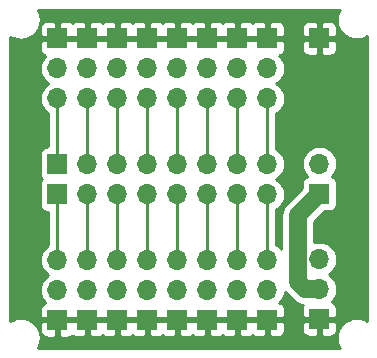
<source format=gbl>
G04 #@! TF.GenerationSoftware,KiCad,Pcbnew,5.1.1-8be2ce7~80~ubuntu16.04.1*
G04 #@! TF.CreationDate,2019-04-29T10:17:37+02:00*
G04 #@! TF.ProjectId,servomotors_ext_pwr_adaptor,73657276-6f6d-46f7-946f-72735f657874,rev?*
G04 #@! TF.SameCoordinates,Original*
G04 #@! TF.FileFunction,Copper,L2,Bot*
G04 #@! TF.FilePolarity,Positive*
%FSLAX46Y46*%
G04 Gerber Fmt 4.6, Leading zero omitted, Abs format (unit mm)*
G04 Created by KiCad (PCBNEW 5.1.1-8be2ce7~80~ubuntu16.04.1) date 2019-04-29 10:17:37*
%MOMM*%
%LPD*%
G04 APERTURE LIST*
%ADD10O,1.700000X1.700000*%
%ADD11R,1.700000X1.700000*%
%ADD12C,0.254000*%
%ADD13C,1.524000*%
G04 APERTURE END LIST*
D10*
X100126800Y-92506800D03*
X100126800Y-89966800D03*
D11*
X100126800Y-87426800D03*
X102666800Y-87426800D03*
D10*
X102666800Y-89966800D03*
X102666800Y-92506800D03*
X105206800Y-92506800D03*
X105206800Y-89966800D03*
D11*
X105206800Y-87426800D03*
X107746800Y-87426800D03*
D10*
X107746800Y-89966800D03*
X107746800Y-92506800D03*
X110286800Y-92506800D03*
X110286800Y-89966800D03*
D11*
X110286800Y-87426800D03*
X112826800Y-87426800D03*
D10*
X112826800Y-89966800D03*
X112826800Y-92506800D03*
X115366800Y-92506800D03*
X115366800Y-89966800D03*
D11*
X115366800Y-87426800D03*
X117906800Y-87426800D03*
D10*
X117906800Y-89966800D03*
X117906800Y-92506800D03*
X117906800Y-98062800D03*
X115366800Y-98062800D03*
X112826800Y-98062800D03*
X110286800Y-98062800D03*
X107746800Y-98062800D03*
X105206800Y-98062800D03*
X102666800Y-98062800D03*
D11*
X100126800Y-98062800D03*
X122326400Y-111201200D03*
D10*
X122326400Y-108661200D03*
X122326400Y-106121200D03*
D11*
X100126800Y-100634800D03*
D10*
X102666800Y-100634800D03*
X105206800Y-100634800D03*
X107746800Y-100634800D03*
X110286800Y-100634800D03*
X112826800Y-100634800D03*
X115366800Y-100634800D03*
X117906800Y-100634800D03*
X100126800Y-106190800D03*
X100126800Y-108730800D03*
D11*
X100126800Y-111270800D03*
X102666800Y-111252000D03*
D10*
X102666800Y-108712000D03*
X102666800Y-106172000D03*
D11*
X105206800Y-111252000D03*
D10*
X105206800Y-108712000D03*
X105206800Y-106172000D03*
X107746800Y-106172000D03*
X107746800Y-108712000D03*
D11*
X107746800Y-111252000D03*
X110286800Y-111252000D03*
D10*
X110286800Y-108712000D03*
X110286800Y-106172000D03*
X112826800Y-106172000D03*
X112826800Y-108712000D03*
D11*
X112826800Y-111252000D03*
X115366800Y-111252000D03*
D10*
X115366800Y-108712000D03*
X115366800Y-106172000D03*
X117906800Y-106172000D03*
X117906800Y-108712000D03*
D11*
X117906800Y-111252000D03*
X122326400Y-87426800D03*
X122326400Y-100584000D03*
D10*
X122326400Y-98044000D03*
D12*
X100126800Y-93708881D02*
X100126800Y-98062800D01*
X100126800Y-92506800D02*
X100126800Y-93708881D01*
X102666800Y-93708881D02*
X102666800Y-98062800D01*
X102666800Y-92506800D02*
X102666800Y-93708881D01*
X105206800Y-93708881D02*
X105206800Y-98062800D01*
X105206800Y-92506800D02*
X105206800Y-93708881D01*
X107746800Y-93708881D02*
X107746800Y-98062800D01*
X107746800Y-92506800D02*
X107746800Y-93708881D01*
X110286800Y-92506800D02*
X110286800Y-98062800D01*
X112826800Y-93708881D02*
X112826800Y-98062800D01*
X112826800Y-92506800D02*
X112826800Y-93708881D01*
X115366800Y-92506800D02*
X115366800Y-98062800D01*
X117906800Y-93708881D02*
X117906800Y-98062800D01*
X117906800Y-92506800D02*
X117906800Y-93708881D01*
D13*
X120497600Y-102412800D02*
X122326400Y-100584000D01*
X120497600Y-108034481D02*
X120497600Y-102412800D01*
X122326400Y-108661200D02*
X121124319Y-108661200D01*
X121124319Y-108661200D02*
X120497600Y-108034481D01*
D12*
X100126800Y-106190800D02*
X100126800Y-100634800D01*
X102666800Y-104969919D02*
X102666800Y-100634800D01*
X102666800Y-106172000D02*
X102666800Y-104969919D01*
X105206800Y-104969919D02*
X105206800Y-100634800D01*
X105206800Y-106172000D02*
X105206800Y-104969919D01*
X107746800Y-104969919D02*
X107746800Y-100634800D01*
X107746800Y-106172000D02*
X107746800Y-104969919D01*
X110286800Y-104969919D02*
X110286800Y-100634800D01*
X110286800Y-106172000D02*
X110286800Y-104969919D01*
X112826800Y-104969919D02*
X112826800Y-100634800D01*
X112826800Y-106172000D02*
X112826800Y-104969919D01*
X115366800Y-104969919D02*
X115366800Y-100634800D01*
X115366800Y-106172000D02*
X115366800Y-104969919D01*
X117906800Y-106172000D02*
X117906800Y-100634800D01*
G36*
X123913976Y-85217551D02*
G01*
X123823600Y-85532728D01*
X123796164Y-85859456D01*
X123832712Y-86185292D01*
X123931853Y-86497822D01*
X124089809Y-86785145D01*
X124300566Y-87036314D01*
X124556094Y-87241764D01*
X124846661Y-87393669D01*
X125161199Y-87486243D01*
X125487729Y-87515959D01*
X125813811Y-87481686D01*
X126127026Y-87384730D01*
X126340001Y-87269575D01*
X126340000Y-111339249D01*
X126083529Y-111209696D01*
X125767729Y-111121523D01*
X125440817Y-111096368D01*
X125115245Y-111135191D01*
X124803414Y-111236511D01*
X124517201Y-111396469D01*
X124267509Y-111608974D01*
X124063848Y-111865930D01*
X123913976Y-112157551D01*
X123823600Y-112472728D01*
X123796164Y-112799456D01*
X123832712Y-113125292D01*
X123931853Y-113437822D01*
X124043000Y-113640000D01*
X98462240Y-113640000D01*
X98581237Y-113416198D01*
X98676005Y-113102314D01*
X98708000Y-112776000D01*
X98707345Y-112729092D01*
X98666251Y-112403799D01*
X98572110Y-112120800D01*
X98638728Y-112120800D01*
X98650988Y-112245282D01*
X98687298Y-112364980D01*
X98746263Y-112475294D01*
X98825615Y-112571985D01*
X98922306Y-112651337D01*
X99032620Y-112710302D01*
X99152318Y-112746612D01*
X99276800Y-112758872D01*
X99841050Y-112755800D01*
X99999800Y-112597050D01*
X99999800Y-111397800D01*
X100253800Y-111397800D01*
X100253800Y-112597050D01*
X100412550Y-112755800D01*
X100976800Y-112758872D01*
X101101282Y-112746612D01*
X101220980Y-112710302D01*
X101331294Y-112651337D01*
X101408254Y-112588178D01*
X101462306Y-112632537D01*
X101572620Y-112691502D01*
X101692318Y-112727812D01*
X101816800Y-112740072D01*
X102381050Y-112737000D01*
X102539800Y-112578250D01*
X102539800Y-111379000D01*
X102793800Y-111379000D01*
X102793800Y-112578250D01*
X102952550Y-112737000D01*
X103516800Y-112740072D01*
X103641282Y-112727812D01*
X103760980Y-112691502D01*
X103871294Y-112632537D01*
X103936800Y-112578778D01*
X104002306Y-112632537D01*
X104112620Y-112691502D01*
X104232318Y-112727812D01*
X104356800Y-112740072D01*
X104921050Y-112737000D01*
X105079800Y-112578250D01*
X105079800Y-111379000D01*
X105333800Y-111379000D01*
X105333800Y-112578250D01*
X105492550Y-112737000D01*
X106056800Y-112740072D01*
X106181282Y-112727812D01*
X106300980Y-112691502D01*
X106411294Y-112632537D01*
X106476800Y-112578778D01*
X106542306Y-112632537D01*
X106652620Y-112691502D01*
X106772318Y-112727812D01*
X106896800Y-112740072D01*
X107461050Y-112737000D01*
X107619800Y-112578250D01*
X107619800Y-111379000D01*
X107873800Y-111379000D01*
X107873800Y-112578250D01*
X108032550Y-112737000D01*
X108596800Y-112740072D01*
X108721282Y-112727812D01*
X108840980Y-112691502D01*
X108951294Y-112632537D01*
X109016800Y-112578778D01*
X109082306Y-112632537D01*
X109192620Y-112691502D01*
X109312318Y-112727812D01*
X109436800Y-112740072D01*
X110001050Y-112737000D01*
X110159800Y-112578250D01*
X110159800Y-111379000D01*
X110413800Y-111379000D01*
X110413800Y-112578250D01*
X110572550Y-112737000D01*
X111136800Y-112740072D01*
X111261282Y-112727812D01*
X111380980Y-112691502D01*
X111491294Y-112632537D01*
X111556800Y-112578778D01*
X111622306Y-112632537D01*
X111732620Y-112691502D01*
X111852318Y-112727812D01*
X111976800Y-112740072D01*
X112541050Y-112737000D01*
X112699800Y-112578250D01*
X112699800Y-111379000D01*
X112953800Y-111379000D01*
X112953800Y-112578250D01*
X113112550Y-112737000D01*
X113676800Y-112740072D01*
X113801282Y-112727812D01*
X113920980Y-112691502D01*
X114031294Y-112632537D01*
X114096800Y-112578778D01*
X114162306Y-112632537D01*
X114272620Y-112691502D01*
X114392318Y-112727812D01*
X114516800Y-112740072D01*
X115081050Y-112737000D01*
X115239800Y-112578250D01*
X115239800Y-111379000D01*
X115493800Y-111379000D01*
X115493800Y-112578250D01*
X115652550Y-112737000D01*
X116216800Y-112740072D01*
X116341282Y-112727812D01*
X116460980Y-112691502D01*
X116571294Y-112632537D01*
X116636800Y-112578778D01*
X116702306Y-112632537D01*
X116812620Y-112691502D01*
X116932318Y-112727812D01*
X117056800Y-112740072D01*
X117621050Y-112737000D01*
X117779800Y-112578250D01*
X117779800Y-111379000D01*
X118033800Y-111379000D01*
X118033800Y-112578250D01*
X118192550Y-112737000D01*
X118756800Y-112740072D01*
X118881282Y-112727812D01*
X119000980Y-112691502D01*
X119111294Y-112632537D01*
X119207985Y-112553185D01*
X119287337Y-112456494D01*
X119346302Y-112346180D01*
X119382612Y-112226482D01*
X119394872Y-112102000D01*
X119394596Y-112051200D01*
X120838328Y-112051200D01*
X120850588Y-112175682D01*
X120886898Y-112295380D01*
X120945863Y-112405694D01*
X121025215Y-112502385D01*
X121121906Y-112581737D01*
X121232220Y-112640702D01*
X121351918Y-112677012D01*
X121476400Y-112689272D01*
X122040650Y-112686200D01*
X122199400Y-112527450D01*
X122199400Y-111328200D01*
X122453400Y-111328200D01*
X122453400Y-112527450D01*
X122612150Y-112686200D01*
X123176400Y-112689272D01*
X123300882Y-112677012D01*
X123420580Y-112640702D01*
X123530894Y-112581737D01*
X123627585Y-112502385D01*
X123706937Y-112405694D01*
X123765902Y-112295380D01*
X123802212Y-112175682D01*
X123814472Y-112051200D01*
X123811400Y-111486950D01*
X123652650Y-111328200D01*
X122453400Y-111328200D01*
X122199400Y-111328200D01*
X121000150Y-111328200D01*
X120841400Y-111486950D01*
X120838328Y-112051200D01*
X119394596Y-112051200D01*
X119391800Y-111537750D01*
X119233050Y-111379000D01*
X118033800Y-111379000D01*
X117779800Y-111379000D01*
X115493800Y-111379000D01*
X115239800Y-111379000D01*
X112953800Y-111379000D01*
X112699800Y-111379000D01*
X110413800Y-111379000D01*
X110159800Y-111379000D01*
X107873800Y-111379000D01*
X107619800Y-111379000D01*
X105333800Y-111379000D01*
X105079800Y-111379000D01*
X102793800Y-111379000D01*
X102539800Y-111379000D01*
X101340550Y-111379000D01*
X101321750Y-111397800D01*
X100253800Y-111397800D01*
X99999800Y-111397800D01*
X98800550Y-111397800D01*
X98641800Y-111556550D01*
X98638728Y-112120800D01*
X98572110Y-112120800D01*
X98562756Y-112092682D01*
X98400803Y-111807594D01*
X98186561Y-111559391D01*
X97928189Y-111357529D01*
X97635529Y-111209696D01*
X97319729Y-111121523D01*
X96992817Y-111096368D01*
X96667245Y-111135191D01*
X96355414Y-111236511D01*
X96164000Y-111343488D01*
X96164000Y-89966800D01*
X98634615Y-89966800D01*
X98663287Y-90257911D01*
X98748201Y-90537834D01*
X98886094Y-90795814D01*
X99071666Y-91021934D01*
X99297786Y-91207506D01*
X99352591Y-91236800D01*
X99297786Y-91266094D01*
X99071666Y-91451666D01*
X98886094Y-91677786D01*
X98748201Y-91935766D01*
X98663287Y-92215689D01*
X98634615Y-92506800D01*
X98663287Y-92797911D01*
X98748201Y-93077834D01*
X98886094Y-93335814D01*
X99071666Y-93561934D01*
X99297786Y-93747506D01*
X99364800Y-93783326D01*
X99364801Y-96574728D01*
X99276800Y-96574728D01*
X99152318Y-96586988D01*
X99032620Y-96623298D01*
X98922306Y-96682263D01*
X98825615Y-96761615D01*
X98746263Y-96858306D01*
X98687298Y-96968620D01*
X98650988Y-97088318D01*
X98638728Y-97212800D01*
X98638728Y-98912800D01*
X98650988Y-99037282D01*
X98687298Y-99156980D01*
X98746263Y-99267294D01*
X98813153Y-99348800D01*
X98746263Y-99430306D01*
X98687298Y-99540620D01*
X98650988Y-99660318D01*
X98638728Y-99784800D01*
X98638728Y-101484800D01*
X98650988Y-101609282D01*
X98687298Y-101728980D01*
X98746263Y-101839294D01*
X98825615Y-101935985D01*
X98922306Y-102015337D01*
X99032620Y-102074302D01*
X99152318Y-102110612D01*
X99276800Y-102122872D01*
X99364801Y-102122872D01*
X99364800Y-104914274D01*
X99297786Y-104950094D01*
X99071666Y-105135666D01*
X98886094Y-105361786D01*
X98748201Y-105619766D01*
X98663287Y-105899689D01*
X98634615Y-106190800D01*
X98663287Y-106481911D01*
X98748201Y-106761834D01*
X98886094Y-107019814D01*
X99071666Y-107245934D01*
X99297786Y-107431506D01*
X99352591Y-107460800D01*
X99297786Y-107490094D01*
X99071666Y-107675666D01*
X98886094Y-107901786D01*
X98748201Y-108159766D01*
X98663287Y-108439689D01*
X98634615Y-108730800D01*
X98663287Y-109021911D01*
X98748201Y-109301834D01*
X98886094Y-109559814D01*
X99071666Y-109785934D01*
X99101487Y-109810407D01*
X99032620Y-109831298D01*
X98922306Y-109890263D01*
X98825615Y-109969615D01*
X98746263Y-110066306D01*
X98687298Y-110176620D01*
X98650988Y-110296318D01*
X98638728Y-110420800D01*
X98641800Y-110985050D01*
X98800550Y-111143800D01*
X99999800Y-111143800D01*
X99999800Y-111123800D01*
X100253800Y-111123800D01*
X100253800Y-111143800D01*
X101453050Y-111143800D01*
X101471850Y-111125000D01*
X102539800Y-111125000D01*
X102539800Y-111105000D01*
X102793800Y-111105000D01*
X102793800Y-111125000D01*
X105079800Y-111125000D01*
X105079800Y-111105000D01*
X105333800Y-111105000D01*
X105333800Y-111125000D01*
X107619800Y-111125000D01*
X107619800Y-111105000D01*
X107873800Y-111105000D01*
X107873800Y-111125000D01*
X110159800Y-111125000D01*
X110159800Y-111105000D01*
X110413800Y-111105000D01*
X110413800Y-111125000D01*
X112699800Y-111125000D01*
X112699800Y-111105000D01*
X112953800Y-111105000D01*
X112953800Y-111125000D01*
X115239800Y-111125000D01*
X115239800Y-111105000D01*
X115493800Y-111105000D01*
X115493800Y-111125000D01*
X117779800Y-111125000D01*
X117779800Y-111105000D01*
X118033800Y-111105000D01*
X118033800Y-111125000D01*
X119233050Y-111125000D01*
X119391800Y-110966250D01*
X119394872Y-110402000D01*
X119382612Y-110277518D01*
X119346302Y-110157820D01*
X119287337Y-110047506D01*
X119207985Y-109950815D01*
X119111294Y-109871463D01*
X119000980Y-109812498D01*
X118932113Y-109791607D01*
X118961934Y-109767134D01*
X119147506Y-109541014D01*
X119285399Y-109283034D01*
X119370313Y-109003111D01*
X119382636Y-108877996D01*
X119504992Y-109027088D01*
X119558305Y-109070841D01*
X120087955Y-109600491D01*
X120131711Y-109653808D01*
X120344432Y-109828383D01*
X120431553Y-109874950D01*
X120587123Y-109958104D01*
X120850459Y-110037986D01*
X120920130Y-110044848D01*
X120886898Y-110107020D01*
X120850588Y-110226718D01*
X120838328Y-110351200D01*
X120841400Y-110915450D01*
X121000150Y-111074200D01*
X122199400Y-111074200D01*
X122199400Y-111054200D01*
X122453400Y-111054200D01*
X122453400Y-111074200D01*
X123652650Y-111074200D01*
X123811400Y-110915450D01*
X123814472Y-110351200D01*
X123802212Y-110226718D01*
X123765902Y-110107020D01*
X123706937Y-109996706D01*
X123627585Y-109900015D01*
X123530894Y-109820663D01*
X123420580Y-109761698D01*
X123351713Y-109740807D01*
X123381534Y-109716334D01*
X123567106Y-109490214D01*
X123704999Y-109232234D01*
X123789913Y-108952311D01*
X123818585Y-108661200D01*
X123789913Y-108370089D01*
X123704999Y-108090166D01*
X123567106Y-107832186D01*
X123381534Y-107606066D01*
X123155414Y-107420494D01*
X123100609Y-107391200D01*
X123155414Y-107361906D01*
X123381534Y-107176334D01*
X123567106Y-106950214D01*
X123704999Y-106692234D01*
X123789913Y-106412311D01*
X123818585Y-106121200D01*
X123789913Y-105830089D01*
X123704999Y-105550166D01*
X123567106Y-105292186D01*
X123381534Y-105066066D01*
X123155414Y-104880494D01*
X122897434Y-104742601D01*
X122617511Y-104657687D01*
X122399350Y-104636200D01*
X122253450Y-104636200D01*
X122035289Y-104657687D01*
X121894600Y-104700365D01*
X121894600Y-102991455D01*
X122813984Y-102072072D01*
X123176400Y-102072072D01*
X123300882Y-102059812D01*
X123420580Y-102023502D01*
X123530894Y-101964537D01*
X123627585Y-101885185D01*
X123706937Y-101788494D01*
X123765902Y-101678180D01*
X123802212Y-101558482D01*
X123814472Y-101434000D01*
X123814472Y-99734000D01*
X123802212Y-99609518D01*
X123765902Y-99489820D01*
X123706937Y-99379506D01*
X123627585Y-99282815D01*
X123530894Y-99203463D01*
X123420580Y-99144498D01*
X123351713Y-99123607D01*
X123381534Y-99099134D01*
X123567106Y-98873014D01*
X123704999Y-98615034D01*
X123789913Y-98335111D01*
X123818585Y-98044000D01*
X123789913Y-97752889D01*
X123704999Y-97472966D01*
X123567106Y-97214986D01*
X123381534Y-96988866D01*
X123155414Y-96803294D01*
X122897434Y-96665401D01*
X122617511Y-96580487D01*
X122399350Y-96559000D01*
X122253450Y-96559000D01*
X122035289Y-96580487D01*
X121755366Y-96665401D01*
X121497386Y-96803294D01*
X121271266Y-96988866D01*
X121085694Y-97214986D01*
X120947801Y-97472966D01*
X120862887Y-97752889D01*
X120834215Y-98044000D01*
X120862887Y-98335111D01*
X120947801Y-98615034D01*
X121085694Y-98873014D01*
X121271266Y-99099134D01*
X121301087Y-99123607D01*
X121232220Y-99144498D01*
X121121906Y-99203463D01*
X121025215Y-99282815D01*
X120945863Y-99379506D01*
X120886898Y-99489820D01*
X120850588Y-99609518D01*
X120838328Y-99734000D01*
X120838328Y-100096416D01*
X119558304Y-101376441D01*
X119504993Y-101420192D01*
X119330418Y-101632913D01*
X119247259Y-101788494D01*
X119200697Y-101875605D01*
X119120814Y-102138941D01*
X119093841Y-102412800D01*
X119100601Y-102481435D01*
X119100600Y-105285832D01*
X118961934Y-105116866D01*
X118735814Y-104931294D01*
X118668800Y-104895474D01*
X118668800Y-101911326D01*
X118735814Y-101875506D01*
X118961934Y-101689934D01*
X119147506Y-101463814D01*
X119285399Y-101205834D01*
X119370313Y-100925911D01*
X119398985Y-100634800D01*
X119370313Y-100343689D01*
X119285399Y-100063766D01*
X119147506Y-99805786D01*
X118961934Y-99579666D01*
X118735814Y-99394094D01*
X118651075Y-99348800D01*
X118735814Y-99303506D01*
X118961934Y-99117934D01*
X119147506Y-98891814D01*
X119285399Y-98633834D01*
X119370313Y-98353911D01*
X119398985Y-98062800D01*
X119370313Y-97771689D01*
X119285399Y-97491766D01*
X119147506Y-97233786D01*
X118961934Y-97007666D01*
X118735814Y-96822094D01*
X118668800Y-96786274D01*
X118668800Y-93783326D01*
X118735814Y-93747506D01*
X118961934Y-93561934D01*
X119147506Y-93335814D01*
X119285399Y-93077834D01*
X119370313Y-92797911D01*
X119398985Y-92506800D01*
X119370313Y-92215689D01*
X119285399Y-91935766D01*
X119147506Y-91677786D01*
X118961934Y-91451666D01*
X118735814Y-91266094D01*
X118681009Y-91236800D01*
X118735814Y-91207506D01*
X118961934Y-91021934D01*
X119147506Y-90795814D01*
X119285399Y-90537834D01*
X119370313Y-90257911D01*
X119398985Y-89966800D01*
X119370313Y-89675689D01*
X119285399Y-89395766D01*
X119147506Y-89137786D01*
X118961934Y-88911666D01*
X118932113Y-88887193D01*
X119000980Y-88866302D01*
X119111294Y-88807337D01*
X119207985Y-88727985D01*
X119287337Y-88631294D01*
X119346302Y-88520980D01*
X119382612Y-88401282D01*
X119394872Y-88276800D01*
X120838328Y-88276800D01*
X120850588Y-88401282D01*
X120886898Y-88520980D01*
X120945863Y-88631294D01*
X121025215Y-88727985D01*
X121121906Y-88807337D01*
X121232220Y-88866302D01*
X121351918Y-88902612D01*
X121476400Y-88914872D01*
X122040650Y-88911800D01*
X122199400Y-88753050D01*
X122199400Y-87553800D01*
X122453400Y-87553800D01*
X122453400Y-88753050D01*
X122612150Y-88911800D01*
X123176400Y-88914872D01*
X123300882Y-88902612D01*
X123420580Y-88866302D01*
X123530894Y-88807337D01*
X123627585Y-88727985D01*
X123706937Y-88631294D01*
X123765902Y-88520980D01*
X123802212Y-88401282D01*
X123814472Y-88276800D01*
X123811400Y-87712550D01*
X123652650Y-87553800D01*
X122453400Y-87553800D01*
X122199400Y-87553800D01*
X121000150Y-87553800D01*
X120841400Y-87712550D01*
X120838328Y-88276800D01*
X119394872Y-88276800D01*
X119391800Y-87712550D01*
X119233050Y-87553800D01*
X118033800Y-87553800D01*
X118033800Y-87573800D01*
X117779800Y-87573800D01*
X117779800Y-87553800D01*
X115493800Y-87553800D01*
X115493800Y-87573800D01*
X115239800Y-87573800D01*
X115239800Y-87553800D01*
X112953800Y-87553800D01*
X112953800Y-87573800D01*
X112699800Y-87573800D01*
X112699800Y-87553800D01*
X110413800Y-87553800D01*
X110413800Y-87573800D01*
X110159800Y-87573800D01*
X110159800Y-87553800D01*
X107873800Y-87553800D01*
X107873800Y-87573800D01*
X107619800Y-87573800D01*
X107619800Y-87553800D01*
X105333800Y-87553800D01*
X105333800Y-87573800D01*
X105079800Y-87573800D01*
X105079800Y-87553800D01*
X102793800Y-87553800D01*
X102793800Y-87573800D01*
X102539800Y-87573800D01*
X102539800Y-87553800D01*
X100253800Y-87553800D01*
X100253800Y-87573800D01*
X99999800Y-87573800D01*
X99999800Y-87553800D01*
X98800550Y-87553800D01*
X98641800Y-87712550D01*
X98638728Y-88276800D01*
X98650988Y-88401282D01*
X98687298Y-88520980D01*
X98746263Y-88631294D01*
X98825615Y-88727985D01*
X98922306Y-88807337D01*
X99032620Y-88866302D01*
X99101487Y-88887193D01*
X99071666Y-88911666D01*
X98886094Y-89137786D01*
X98748201Y-89395766D01*
X98663287Y-89675689D01*
X98634615Y-89966800D01*
X96164000Y-89966800D01*
X96164000Y-87286991D01*
X96398661Y-87409669D01*
X96713199Y-87502243D01*
X97039729Y-87531959D01*
X97365811Y-87497686D01*
X97679026Y-87400730D01*
X97967444Y-87244783D01*
X98220079Y-87035785D01*
X98427308Y-86781698D01*
X98536253Y-86576800D01*
X98638728Y-86576800D01*
X98641800Y-87141050D01*
X98800550Y-87299800D01*
X99999800Y-87299800D01*
X99999800Y-86100550D01*
X100253800Y-86100550D01*
X100253800Y-87299800D01*
X102539800Y-87299800D01*
X102539800Y-86100550D01*
X102793800Y-86100550D01*
X102793800Y-87299800D01*
X105079800Y-87299800D01*
X105079800Y-86100550D01*
X105333800Y-86100550D01*
X105333800Y-87299800D01*
X107619800Y-87299800D01*
X107619800Y-86100550D01*
X107873800Y-86100550D01*
X107873800Y-87299800D01*
X110159800Y-87299800D01*
X110159800Y-86100550D01*
X110413800Y-86100550D01*
X110413800Y-87299800D01*
X112699800Y-87299800D01*
X112699800Y-86100550D01*
X112953800Y-86100550D01*
X112953800Y-87299800D01*
X115239800Y-87299800D01*
X115239800Y-86100550D01*
X115493800Y-86100550D01*
X115493800Y-87299800D01*
X117779800Y-87299800D01*
X117779800Y-86100550D01*
X118033800Y-86100550D01*
X118033800Y-87299800D01*
X119233050Y-87299800D01*
X119391800Y-87141050D01*
X119394872Y-86576800D01*
X120838328Y-86576800D01*
X120841400Y-87141050D01*
X121000150Y-87299800D01*
X122199400Y-87299800D01*
X122199400Y-86100550D01*
X122453400Y-86100550D01*
X122453400Y-87299800D01*
X123652650Y-87299800D01*
X123811400Y-87141050D01*
X123814472Y-86576800D01*
X123802212Y-86452318D01*
X123765902Y-86332620D01*
X123706937Y-86222306D01*
X123627585Y-86125615D01*
X123530894Y-86046263D01*
X123420580Y-85987298D01*
X123300882Y-85950988D01*
X123176400Y-85938728D01*
X122612150Y-85941800D01*
X122453400Y-86100550D01*
X122199400Y-86100550D01*
X122040650Y-85941800D01*
X121476400Y-85938728D01*
X121351918Y-85950988D01*
X121232220Y-85987298D01*
X121121906Y-86046263D01*
X121025215Y-86125615D01*
X120945863Y-86222306D01*
X120886898Y-86332620D01*
X120850588Y-86452318D01*
X120838328Y-86576800D01*
X119394872Y-86576800D01*
X119382612Y-86452318D01*
X119346302Y-86332620D01*
X119287337Y-86222306D01*
X119207985Y-86125615D01*
X119111294Y-86046263D01*
X119000980Y-85987298D01*
X118881282Y-85950988D01*
X118756800Y-85938728D01*
X118192550Y-85941800D01*
X118033800Y-86100550D01*
X117779800Y-86100550D01*
X117621050Y-85941800D01*
X117056800Y-85938728D01*
X116932318Y-85950988D01*
X116812620Y-85987298D01*
X116702306Y-86046263D01*
X116636800Y-86100022D01*
X116571294Y-86046263D01*
X116460980Y-85987298D01*
X116341282Y-85950988D01*
X116216800Y-85938728D01*
X115652550Y-85941800D01*
X115493800Y-86100550D01*
X115239800Y-86100550D01*
X115081050Y-85941800D01*
X114516800Y-85938728D01*
X114392318Y-85950988D01*
X114272620Y-85987298D01*
X114162306Y-86046263D01*
X114096800Y-86100022D01*
X114031294Y-86046263D01*
X113920980Y-85987298D01*
X113801282Y-85950988D01*
X113676800Y-85938728D01*
X113112550Y-85941800D01*
X112953800Y-86100550D01*
X112699800Y-86100550D01*
X112541050Y-85941800D01*
X111976800Y-85938728D01*
X111852318Y-85950988D01*
X111732620Y-85987298D01*
X111622306Y-86046263D01*
X111556800Y-86100022D01*
X111491294Y-86046263D01*
X111380980Y-85987298D01*
X111261282Y-85950988D01*
X111136800Y-85938728D01*
X110572550Y-85941800D01*
X110413800Y-86100550D01*
X110159800Y-86100550D01*
X110001050Y-85941800D01*
X109436800Y-85938728D01*
X109312318Y-85950988D01*
X109192620Y-85987298D01*
X109082306Y-86046263D01*
X109016800Y-86100022D01*
X108951294Y-86046263D01*
X108840980Y-85987298D01*
X108721282Y-85950988D01*
X108596800Y-85938728D01*
X108032550Y-85941800D01*
X107873800Y-86100550D01*
X107619800Y-86100550D01*
X107461050Y-85941800D01*
X106896800Y-85938728D01*
X106772318Y-85950988D01*
X106652620Y-85987298D01*
X106542306Y-86046263D01*
X106476800Y-86100022D01*
X106411294Y-86046263D01*
X106300980Y-85987298D01*
X106181282Y-85950988D01*
X106056800Y-85938728D01*
X105492550Y-85941800D01*
X105333800Y-86100550D01*
X105079800Y-86100550D01*
X104921050Y-85941800D01*
X104356800Y-85938728D01*
X104232318Y-85950988D01*
X104112620Y-85987298D01*
X104002306Y-86046263D01*
X103936800Y-86100022D01*
X103871294Y-86046263D01*
X103760980Y-85987298D01*
X103641282Y-85950988D01*
X103516800Y-85938728D01*
X102952550Y-85941800D01*
X102793800Y-86100550D01*
X102539800Y-86100550D01*
X102381050Y-85941800D01*
X101816800Y-85938728D01*
X101692318Y-85950988D01*
X101572620Y-85987298D01*
X101462306Y-86046263D01*
X101396800Y-86100022D01*
X101331294Y-86046263D01*
X101220980Y-85987298D01*
X101101282Y-85950988D01*
X100976800Y-85938728D01*
X100412550Y-85941800D01*
X100253800Y-86100550D01*
X99999800Y-86100550D01*
X99841050Y-85941800D01*
X99276800Y-85938728D01*
X99152318Y-85950988D01*
X99032620Y-85987298D01*
X98922306Y-86046263D01*
X98825615Y-86125615D01*
X98746263Y-86222306D01*
X98687298Y-86332620D01*
X98650988Y-86452318D01*
X98638728Y-86576800D01*
X98536253Y-86576800D01*
X98581237Y-86492198D01*
X98676005Y-86178314D01*
X98708000Y-85852000D01*
X98707345Y-85805092D01*
X98666251Y-85479799D01*
X98562756Y-85168682D01*
X98460114Y-84988000D01*
X124031949Y-84988000D01*
X123913976Y-85217551D01*
X123913976Y-85217551D01*
G37*
X123913976Y-85217551D02*
X123823600Y-85532728D01*
X123796164Y-85859456D01*
X123832712Y-86185292D01*
X123931853Y-86497822D01*
X124089809Y-86785145D01*
X124300566Y-87036314D01*
X124556094Y-87241764D01*
X124846661Y-87393669D01*
X125161199Y-87486243D01*
X125487729Y-87515959D01*
X125813811Y-87481686D01*
X126127026Y-87384730D01*
X126340001Y-87269575D01*
X126340000Y-111339249D01*
X126083529Y-111209696D01*
X125767729Y-111121523D01*
X125440817Y-111096368D01*
X125115245Y-111135191D01*
X124803414Y-111236511D01*
X124517201Y-111396469D01*
X124267509Y-111608974D01*
X124063848Y-111865930D01*
X123913976Y-112157551D01*
X123823600Y-112472728D01*
X123796164Y-112799456D01*
X123832712Y-113125292D01*
X123931853Y-113437822D01*
X124043000Y-113640000D01*
X98462240Y-113640000D01*
X98581237Y-113416198D01*
X98676005Y-113102314D01*
X98708000Y-112776000D01*
X98707345Y-112729092D01*
X98666251Y-112403799D01*
X98572110Y-112120800D01*
X98638728Y-112120800D01*
X98650988Y-112245282D01*
X98687298Y-112364980D01*
X98746263Y-112475294D01*
X98825615Y-112571985D01*
X98922306Y-112651337D01*
X99032620Y-112710302D01*
X99152318Y-112746612D01*
X99276800Y-112758872D01*
X99841050Y-112755800D01*
X99999800Y-112597050D01*
X99999800Y-111397800D01*
X100253800Y-111397800D01*
X100253800Y-112597050D01*
X100412550Y-112755800D01*
X100976800Y-112758872D01*
X101101282Y-112746612D01*
X101220980Y-112710302D01*
X101331294Y-112651337D01*
X101408254Y-112588178D01*
X101462306Y-112632537D01*
X101572620Y-112691502D01*
X101692318Y-112727812D01*
X101816800Y-112740072D01*
X102381050Y-112737000D01*
X102539800Y-112578250D01*
X102539800Y-111379000D01*
X102793800Y-111379000D01*
X102793800Y-112578250D01*
X102952550Y-112737000D01*
X103516800Y-112740072D01*
X103641282Y-112727812D01*
X103760980Y-112691502D01*
X103871294Y-112632537D01*
X103936800Y-112578778D01*
X104002306Y-112632537D01*
X104112620Y-112691502D01*
X104232318Y-112727812D01*
X104356800Y-112740072D01*
X104921050Y-112737000D01*
X105079800Y-112578250D01*
X105079800Y-111379000D01*
X105333800Y-111379000D01*
X105333800Y-112578250D01*
X105492550Y-112737000D01*
X106056800Y-112740072D01*
X106181282Y-112727812D01*
X106300980Y-112691502D01*
X106411294Y-112632537D01*
X106476800Y-112578778D01*
X106542306Y-112632537D01*
X106652620Y-112691502D01*
X106772318Y-112727812D01*
X106896800Y-112740072D01*
X107461050Y-112737000D01*
X107619800Y-112578250D01*
X107619800Y-111379000D01*
X107873800Y-111379000D01*
X107873800Y-112578250D01*
X108032550Y-112737000D01*
X108596800Y-112740072D01*
X108721282Y-112727812D01*
X108840980Y-112691502D01*
X108951294Y-112632537D01*
X109016800Y-112578778D01*
X109082306Y-112632537D01*
X109192620Y-112691502D01*
X109312318Y-112727812D01*
X109436800Y-112740072D01*
X110001050Y-112737000D01*
X110159800Y-112578250D01*
X110159800Y-111379000D01*
X110413800Y-111379000D01*
X110413800Y-112578250D01*
X110572550Y-112737000D01*
X111136800Y-112740072D01*
X111261282Y-112727812D01*
X111380980Y-112691502D01*
X111491294Y-112632537D01*
X111556800Y-112578778D01*
X111622306Y-112632537D01*
X111732620Y-112691502D01*
X111852318Y-112727812D01*
X111976800Y-112740072D01*
X112541050Y-112737000D01*
X112699800Y-112578250D01*
X112699800Y-111379000D01*
X112953800Y-111379000D01*
X112953800Y-112578250D01*
X113112550Y-112737000D01*
X113676800Y-112740072D01*
X113801282Y-112727812D01*
X113920980Y-112691502D01*
X114031294Y-112632537D01*
X114096800Y-112578778D01*
X114162306Y-112632537D01*
X114272620Y-112691502D01*
X114392318Y-112727812D01*
X114516800Y-112740072D01*
X115081050Y-112737000D01*
X115239800Y-112578250D01*
X115239800Y-111379000D01*
X115493800Y-111379000D01*
X115493800Y-112578250D01*
X115652550Y-112737000D01*
X116216800Y-112740072D01*
X116341282Y-112727812D01*
X116460980Y-112691502D01*
X116571294Y-112632537D01*
X116636800Y-112578778D01*
X116702306Y-112632537D01*
X116812620Y-112691502D01*
X116932318Y-112727812D01*
X117056800Y-112740072D01*
X117621050Y-112737000D01*
X117779800Y-112578250D01*
X117779800Y-111379000D01*
X118033800Y-111379000D01*
X118033800Y-112578250D01*
X118192550Y-112737000D01*
X118756800Y-112740072D01*
X118881282Y-112727812D01*
X119000980Y-112691502D01*
X119111294Y-112632537D01*
X119207985Y-112553185D01*
X119287337Y-112456494D01*
X119346302Y-112346180D01*
X119382612Y-112226482D01*
X119394872Y-112102000D01*
X119394596Y-112051200D01*
X120838328Y-112051200D01*
X120850588Y-112175682D01*
X120886898Y-112295380D01*
X120945863Y-112405694D01*
X121025215Y-112502385D01*
X121121906Y-112581737D01*
X121232220Y-112640702D01*
X121351918Y-112677012D01*
X121476400Y-112689272D01*
X122040650Y-112686200D01*
X122199400Y-112527450D01*
X122199400Y-111328200D01*
X122453400Y-111328200D01*
X122453400Y-112527450D01*
X122612150Y-112686200D01*
X123176400Y-112689272D01*
X123300882Y-112677012D01*
X123420580Y-112640702D01*
X123530894Y-112581737D01*
X123627585Y-112502385D01*
X123706937Y-112405694D01*
X123765902Y-112295380D01*
X123802212Y-112175682D01*
X123814472Y-112051200D01*
X123811400Y-111486950D01*
X123652650Y-111328200D01*
X122453400Y-111328200D01*
X122199400Y-111328200D01*
X121000150Y-111328200D01*
X120841400Y-111486950D01*
X120838328Y-112051200D01*
X119394596Y-112051200D01*
X119391800Y-111537750D01*
X119233050Y-111379000D01*
X118033800Y-111379000D01*
X117779800Y-111379000D01*
X115493800Y-111379000D01*
X115239800Y-111379000D01*
X112953800Y-111379000D01*
X112699800Y-111379000D01*
X110413800Y-111379000D01*
X110159800Y-111379000D01*
X107873800Y-111379000D01*
X107619800Y-111379000D01*
X105333800Y-111379000D01*
X105079800Y-111379000D01*
X102793800Y-111379000D01*
X102539800Y-111379000D01*
X101340550Y-111379000D01*
X101321750Y-111397800D01*
X100253800Y-111397800D01*
X99999800Y-111397800D01*
X98800550Y-111397800D01*
X98641800Y-111556550D01*
X98638728Y-112120800D01*
X98572110Y-112120800D01*
X98562756Y-112092682D01*
X98400803Y-111807594D01*
X98186561Y-111559391D01*
X97928189Y-111357529D01*
X97635529Y-111209696D01*
X97319729Y-111121523D01*
X96992817Y-111096368D01*
X96667245Y-111135191D01*
X96355414Y-111236511D01*
X96164000Y-111343488D01*
X96164000Y-89966800D01*
X98634615Y-89966800D01*
X98663287Y-90257911D01*
X98748201Y-90537834D01*
X98886094Y-90795814D01*
X99071666Y-91021934D01*
X99297786Y-91207506D01*
X99352591Y-91236800D01*
X99297786Y-91266094D01*
X99071666Y-91451666D01*
X98886094Y-91677786D01*
X98748201Y-91935766D01*
X98663287Y-92215689D01*
X98634615Y-92506800D01*
X98663287Y-92797911D01*
X98748201Y-93077834D01*
X98886094Y-93335814D01*
X99071666Y-93561934D01*
X99297786Y-93747506D01*
X99364800Y-93783326D01*
X99364801Y-96574728D01*
X99276800Y-96574728D01*
X99152318Y-96586988D01*
X99032620Y-96623298D01*
X98922306Y-96682263D01*
X98825615Y-96761615D01*
X98746263Y-96858306D01*
X98687298Y-96968620D01*
X98650988Y-97088318D01*
X98638728Y-97212800D01*
X98638728Y-98912800D01*
X98650988Y-99037282D01*
X98687298Y-99156980D01*
X98746263Y-99267294D01*
X98813153Y-99348800D01*
X98746263Y-99430306D01*
X98687298Y-99540620D01*
X98650988Y-99660318D01*
X98638728Y-99784800D01*
X98638728Y-101484800D01*
X98650988Y-101609282D01*
X98687298Y-101728980D01*
X98746263Y-101839294D01*
X98825615Y-101935985D01*
X98922306Y-102015337D01*
X99032620Y-102074302D01*
X99152318Y-102110612D01*
X99276800Y-102122872D01*
X99364801Y-102122872D01*
X99364800Y-104914274D01*
X99297786Y-104950094D01*
X99071666Y-105135666D01*
X98886094Y-105361786D01*
X98748201Y-105619766D01*
X98663287Y-105899689D01*
X98634615Y-106190800D01*
X98663287Y-106481911D01*
X98748201Y-106761834D01*
X98886094Y-107019814D01*
X99071666Y-107245934D01*
X99297786Y-107431506D01*
X99352591Y-107460800D01*
X99297786Y-107490094D01*
X99071666Y-107675666D01*
X98886094Y-107901786D01*
X98748201Y-108159766D01*
X98663287Y-108439689D01*
X98634615Y-108730800D01*
X98663287Y-109021911D01*
X98748201Y-109301834D01*
X98886094Y-109559814D01*
X99071666Y-109785934D01*
X99101487Y-109810407D01*
X99032620Y-109831298D01*
X98922306Y-109890263D01*
X98825615Y-109969615D01*
X98746263Y-110066306D01*
X98687298Y-110176620D01*
X98650988Y-110296318D01*
X98638728Y-110420800D01*
X98641800Y-110985050D01*
X98800550Y-111143800D01*
X99999800Y-111143800D01*
X99999800Y-111123800D01*
X100253800Y-111123800D01*
X100253800Y-111143800D01*
X101453050Y-111143800D01*
X101471850Y-111125000D01*
X102539800Y-111125000D01*
X102539800Y-111105000D01*
X102793800Y-111105000D01*
X102793800Y-111125000D01*
X105079800Y-111125000D01*
X105079800Y-111105000D01*
X105333800Y-111105000D01*
X105333800Y-111125000D01*
X107619800Y-111125000D01*
X107619800Y-111105000D01*
X107873800Y-111105000D01*
X107873800Y-111125000D01*
X110159800Y-111125000D01*
X110159800Y-111105000D01*
X110413800Y-111105000D01*
X110413800Y-111125000D01*
X112699800Y-111125000D01*
X112699800Y-111105000D01*
X112953800Y-111105000D01*
X112953800Y-111125000D01*
X115239800Y-111125000D01*
X115239800Y-111105000D01*
X115493800Y-111105000D01*
X115493800Y-111125000D01*
X117779800Y-111125000D01*
X117779800Y-111105000D01*
X118033800Y-111105000D01*
X118033800Y-111125000D01*
X119233050Y-111125000D01*
X119391800Y-110966250D01*
X119394872Y-110402000D01*
X119382612Y-110277518D01*
X119346302Y-110157820D01*
X119287337Y-110047506D01*
X119207985Y-109950815D01*
X119111294Y-109871463D01*
X119000980Y-109812498D01*
X118932113Y-109791607D01*
X118961934Y-109767134D01*
X119147506Y-109541014D01*
X119285399Y-109283034D01*
X119370313Y-109003111D01*
X119382636Y-108877996D01*
X119504992Y-109027088D01*
X119558305Y-109070841D01*
X120087955Y-109600491D01*
X120131711Y-109653808D01*
X120344432Y-109828383D01*
X120431553Y-109874950D01*
X120587123Y-109958104D01*
X120850459Y-110037986D01*
X120920130Y-110044848D01*
X120886898Y-110107020D01*
X120850588Y-110226718D01*
X120838328Y-110351200D01*
X120841400Y-110915450D01*
X121000150Y-111074200D01*
X122199400Y-111074200D01*
X122199400Y-111054200D01*
X122453400Y-111054200D01*
X122453400Y-111074200D01*
X123652650Y-111074200D01*
X123811400Y-110915450D01*
X123814472Y-110351200D01*
X123802212Y-110226718D01*
X123765902Y-110107020D01*
X123706937Y-109996706D01*
X123627585Y-109900015D01*
X123530894Y-109820663D01*
X123420580Y-109761698D01*
X123351713Y-109740807D01*
X123381534Y-109716334D01*
X123567106Y-109490214D01*
X123704999Y-109232234D01*
X123789913Y-108952311D01*
X123818585Y-108661200D01*
X123789913Y-108370089D01*
X123704999Y-108090166D01*
X123567106Y-107832186D01*
X123381534Y-107606066D01*
X123155414Y-107420494D01*
X123100609Y-107391200D01*
X123155414Y-107361906D01*
X123381534Y-107176334D01*
X123567106Y-106950214D01*
X123704999Y-106692234D01*
X123789913Y-106412311D01*
X123818585Y-106121200D01*
X123789913Y-105830089D01*
X123704999Y-105550166D01*
X123567106Y-105292186D01*
X123381534Y-105066066D01*
X123155414Y-104880494D01*
X122897434Y-104742601D01*
X122617511Y-104657687D01*
X122399350Y-104636200D01*
X122253450Y-104636200D01*
X122035289Y-104657687D01*
X121894600Y-104700365D01*
X121894600Y-102991455D01*
X122813984Y-102072072D01*
X123176400Y-102072072D01*
X123300882Y-102059812D01*
X123420580Y-102023502D01*
X123530894Y-101964537D01*
X123627585Y-101885185D01*
X123706937Y-101788494D01*
X123765902Y-101678180D01*
X123802212Y-101558482D01*
X123814472Y-101434000D01*
X123814472Y-99734000D01*
X123802212Y-99609518D01*
X123765902Y-99489820D01*
X123706937Y-99379506D01*
X123627585Y-99282815D01*
X123530894Y-99203463D01*
X123420580Y-99144498D01*
X123351713Y-99123607D01*
X123381534Y-99099134D01*
X123567106Y-98873014D01*
X123704999Y-98615034D01*
X123789913Y-98335111D01*
X123818585Y-98044000D01*
X123789913Y-97752889D01*
X123704999Y-97472966D01*
X123567106Y-97214986D01*
X123381534Y-96988866D01*
X123155414Y-96803294D01*
X122897434Y-96665401D01*
X122617511Y-96580487D01*
X122399350Y-96559000D01*
X122253450Y-96559000D01*
X122035289Y-96580487D01*
X121755366Y-96665401D01*
X121497386Y-96803294D01*
X121271266Y-96988866D01*
X121085694Y-97214986D01*
X120947801Y-97472966D01*
X120862887Y-97752889D01*
X120834215Y-98044000D01*
X120862887Y-98335111D01*
X120947801Y-98615034D01*
X121085694Y-98873014D01*
X121271266Y-99099134D01*
X121301087Y-99123607D01*
X121232220Y-99144498D01*
X121121906Y-99203463D01*
X121025215Y-99282815D01*
X120945863Y-99379506D01*
X120886898Y-99489820D01*
X120850588Y-99609518D01*
X120838328Y-99734000D01*
X120838328Y-100096416D01*
X119558304Y-101376441D01*
X119504993Y-101420192D01*
X119330418Y-101632913D01*
X119247259Y-101788494D01*
X119200697Y-101875605D01*
X119120814Y-102138941D01*
X119093841Y-102412800D01*
X119100601Y-102481435D01*
X119100600Y-105285832D01*
X118961934Y-105116866D01*
X118735814Y-104931294D01*
X118668800Y-104895474D01*
X118668800Y-101911326D01*
X118735814Y-101875506D01*
X118961934Y-101689934D01*
X119147506Y-101463814D01*
X119285399Y-101205834D01*
X119370313Y-100925911D01*
X119398985Y-100634800D01*
X119370313Y-100343689D01*
X119285399Y-100063766D01*
X119147506Y-99805786D01*
X118961934Y-99579666D01*
X118735814Y-99394094D01*
X118651075Y-99348800D01*
X118735814Y-99303506D01*
X118961934Y-99117934D01*
X119147506Y-98891814D01*
X119285399Y-98633834D01*
X119370313Y-98353911D01*
X119398985Y-98062800D01*
X119370313Y-97771689D01*
X119285399Y-97491766D01*
X119147506Y-97233786D01*
X118961934Y-97007666D01*
X118735814Y-96822094D01*
X118668800Y-96786274D01*
X118668800Y-93783326D01*
X118735814Y-93747506D01*
X118961934Y-93561934D01*
X119147506Y-93335814D01*
X119285399Y-93077834D01*
X119370313Y-92797911D01*
X119398985Y-92506800D01*
X119370313Y-92215689D01*
X119285399Y-91935766D01*
X119147506Y-91677786D01*
X118961934Y-91451666D01*
X118735814Y-91266094D01*
X118681009Y-91236800D01*
X118735814Y-91207506D01*
X118961934Y-91021934D01*
X119147506Y-90795814D01*
X119285399Y-90537834D01*
X119370313Y-90257911D01*
X119398985Y-89966800D01*
X119370313Y-89675689D01*
X119285399Y-89395766D01*
X119147506Y-89137786D01*
X118961934Y-88911666D01*
X118932113Y-88887193D01*
X119000980Y-88866302D01*
X119111294Y-88807337D01*
X119207985Y-88727985D01*
X119287337Y-88631294D01*
X119346302Y-88520980D01*
X119382612Y-88401282D01*
X119394872Y-88276800D01*
X120838328Y-88276800D01*
X120850588Y-88401282D01*
X120886898Y-88520980D01*
X120945863Y-88631294D01*
X121025215Y-88727985D01*
X121121906Y-88807337D01*
X121232220Y-88866302D01*
X121351918Y-88902612D01*
X121476400Y-88914872D01*
X122040650Y-88911800D01*
X122199400Y-88753050D01*
X122199400Y-87553800D01*
X122453400Y-87553800D01*
X122453400Y-88753050D01*
X122612150Y-88911800D01*
X123176400Y-88914872D01*
X123300882Y-88902612D01*
X123420580Y-88866302D01*
X123530894Y-88807337D01*
X123627585Y-88727985D01*
X123706937Y-88631294D01*
X123765902Y-88520980D01*
X123802212Y-88401282D01*
X123814472Y-88276800D01*
X123811400Y-87712550D01*
X123652650Y-87553800D01*
X122453400Y-87553800D01*
X122199400Y-87553800D01*
X121000150Y-87553800D01*
X120841400Y-87712550D01*
X120838328Y-88276800D01*
X119394872Y-88276800D01*
X119391800Y-87712550D01*
X119233050Y-87553800D01*
X118033800Y-87553800D01*
X118033800Y-87573800D01*
X117779800Y-87573800D01*
X117779800Y-87553800D01*
X115493800Y-87553800D01*
X115493800Y-87573800D01*
X115239800Y-87573800D01*
X115239800Y-87553800D01*
X112953800Y-87553800D01*
X112953800Y-87573800D01*
X112699800Y-87573800D01*
X112699800Y-87553800D01*
X110413800Y-87553800D01*
X110413800Y-87573800D01*
X110159800Y-87573800D01*
X110159800Y-87553800D01*
X107873800Y-87553800D01*
X107873800Y-87573800D01*
X107619800Y-87573800D01*
X107619800Y-87553800D01*
X105333800Y-87553800D01*
X105333800Y-87573800D01*
X105079800Y-87573800D01*
X105079800Y-87553800D01*
X102793800Y-87553800D01*
X102793800Y-87573800D01*
X102539800Y-87573800D01*
X102539800Y-87553800D01*
X100253800Y-87553800D01*
X100253800Y-87573800D01*
X99999800Y-87573800D01*
X99999800Y-87553800D01*
X98800550Y-87553800D01*
X98641800Y-87712550D01*
X98638728Y-88276800D01*
X98650988Y-88401282D01*
X98687298Y-88520980D01*
X98746263Y-88631294D01*
X98825615Y-88727985D01*
X98922306Y-88807337D01*
X99032620Y-88866302D01*
X99101487Y-88887193D01*
X99071666Y-88911666D01*
X98886094Y-89137786D01*
X98748201Y-89395766D01*
X98663287Y-89675689D01*
X98634615Y-89966800D01*
X96164000Y-89966800D01*
X96164000Y-87286991D01*
X96398661Y-87409669D01*
X96713199Y-87502243D01*
X97039729Y-87531959D01*
X97365811Y-87497686D01*
X97679026Y-87400730D01*
X97967444Y-87244783D01*
X98220079Y-87035785D01*
X98427308Y-86781698D01*
X98536253Y-86576800D01*
X98638728Y-86576800D01*
X98641800Y-87141050D01*
X98800550Y-87299800D01*
X99999800Y-87299800D01*
X99999800Y-86100550D01*
X100253800Y-86100550D01*
X100253800Y-87299800D01*
X102539800Y-87299800D01*
X102539800Y-86100550D01*
X102793800Y-86100550D01*
X102793800Y-87299800D01*
X105079800Y-87299800D01*
X105079800Y-86100550D01*
X105333800Y-86100550D01*
X105333800Y-87299800D01*
X107619800Y-87299800D01*
X107619800Y-86100550D01*
X107873800Y-86100550D01*
X107873800Y-87299800D01*
X110159800Y-87299800D01*
X110159800Y-86100550D01*
X110413800Y-86100550D01*
X110413800Y-87299800D01*
X112699800Y-87299800D01*
X112699800Y-86100550D01*
X112953800Y-86100550D01*
X112953800Y-87299800D01*
X115239800Y-87299800D01*
X115239800Y-86100550D01*
X115493800Y-86100550D01*
X115493800Y-87299800D01*
X117779800Y-87299800D01*
X117779800Y-86100550D01*
X118033800Y-86100550D01*
X118033800Y-87299800D01*
X119233050Y-87299800D01*
X119391800Y-87141050D01*
X119394872Y-86576800D01*
X120838328Y-86576800D01*
X120841400Y-87141050D01*
X121000150Y-87299800D01*
X122199400Y-87299800D01*
X122199400Y-86100550D01*
X122453400Y-86100550D01*
X122453400Y-87299800D01*
X123652650Y-87299800D01*
X123811400Y-87141050D01*
X123814472Y-86576800D01*
X123802212Y-86452318D01*
X123765902Y-86332620D01*
X123706937Y-86222306D01*
X123627585Y-86125615D01*
X123530894Y-86046263D01*
X123420580Y-85987298D01*
X123300882Y-85950988D01*
X123176400Y-85938728D01*
X122612150Y-85941800D01*
X122453400Y-86100550D01*
X122199400Y-86100550D01*
X122040650Y-85941800D01*
X121476400Y-85938728D01*
X121351918Y-85950988D01*
X121232220Y-85987298D01*
X121121906Y-86046263D01*
X121025215Y-86125615D01*
X120945863Y-86222306D01*
X120886898Y-86332620D01*
X120850588Y-86452318D01*
X120838328Y-86576800D01*
X119394872Y-86576800D01*
X119382612Y-86452318D01*
X119346302Y-86332620D01*
X119287337Y-86222306D01*
X119207985Y-86125615D01*
X119111294Y-86046263D01*
X119000980Y-85987298D01*
X118881282Y-85950988D01*
X118756800Y-85938728D01*
X118192550Y-85941800D01*
X118033800Y-86100550D01*
X117779800Y-86100550D01*
X117621050Y-85941800D01*
X117056800Y-85938728D01*
X116932318Y-85950988D01*
X116812620Y-85987298D01*
X116702306Y-86046263D01*
X116636800Y-86100022D01*
X116571294Y-86046263D01*
X116460980Y-85987298D01*
X116341282Y-85950988D01*
X116216800Y-85938728D01*
X115652550Y-85941800D01*
X115493800Y-86100550D01*
X115239800Y-86100550D01*
X115081050Y-85941800D01*
X114516800Y-85938728D01*
X114392318Y-85950988D01*
X114272620Y-85987298D01*
X114162306Y-86046263D01*
X114096800Y-86100022D01*
X114031294Y-86046263D01*
X113920980Y-85987298D01*
X113801282Y-85950988D01*
X113676800Y-85938728D01*
X113112550Y-85941800D01*
X112953800Y-86100550D01*
X112699800Y-86100550D01*
X112541050Y-85941800D01*
X111976800Y-85938728D01*
X111852318Y-85950988D01*
X111732620Y-85987298D01*
X111622306Y-86046263D01*
X111556800Y-86100022D01*
X111491294Y-86046263D01*
X111380980Y-85987298D01*
X111261282Y-85950988D01*
X111136800Y-85938728D01*
X110572550Y-85941800D01*
X110413800Y-86100550D01*
X110159800Y-86100550D01*
X110001050Y-85941800D01*
X109436800Y-85938728D01*
X109312318Y-85950988D01*
X109192620Y-85987298D01*
X109082306Y-86046263D01*
X109016800Y-86100022D01*
X108951294Y-86046263D01*
X108840980Y-85987298D01*
X108721282Y-85950988D01*
X108596800Y-85938728D01*
X108032550Y-85941800D01*
X107873800Y-86100550D01*
X107619800Y-86100550D01*
X107461050Y-85941800D01*
X106896800Y-85938728D01*
X106772318Y-85950988D01*
X106652620Y-85987298D01*
X106542306Y-86046263D01*
X106476800Y-86100022D01*
X106411294Y-86046263D01*
X106300980Y-85987298D01*
X106181282Y-85950988D01*
X106056800Y-85938728D01*
X105492550Y-85941800D01*
X105333800Y-86100550D01*
X105079800Y-86100550D01*
X104921050Y-85941800D01*
X104356800Y-85938728D01*
X104232318Y-85950988D01*
X104112620Y-85987298D01*
X104002306Y-86046263D01*
X103936800Y-86100022D01*
X103871294Y-86046263D01*
X103760980Y-85987298D01*
X103641282Y-85950988D01*
X103516800Y-85938728D01*
X102952550Y-85941800D01*
X102793800Y-86100550D01*
X102539800Y-86100550D01*
X102381050Y-85941800D01*
X101816800Y-85938728D01*
X101692318Y-85950988D01*
X101572620Y-85987298D01*
X101462306Y-86046263D01*
X101396800Y-86100022D01*
X101331294Y-86046263D01*
X101220980Y-85987298D01*
X101101282Y-85950988D01*
X100976800Y-85938728D01*
X100412550Y-85941800D01*
X100253800Y-86100550D01*
X99999800Y-86100550D01*
X99841050Y-85941800D01*
X99276800Y-85938728D01*
X99152318Y-85950988D01*
X99032620Y-85987298D01*
X98922306Y-86046263D01*
X98825615Y-86125615D01*
X98746263Y-86222306D01*
X98687298Y-86332620D01*
X98650988Y-86452318D01*
X98638728Y-86576800D01*
X98536253Y-86576800D01*
X98581237Y-86492198D01*
X98676005Y-86178314D01*
X98708000Y-85852000D01*
X98707345Y-85805092D01*
X98666251Y-85479799D01*
X98562756Y-85168682D01*
X98460114Y-84988000D01*
X124031949Y-84988000D01*
X123913976Y-85217551D01*
M02*

</source>
